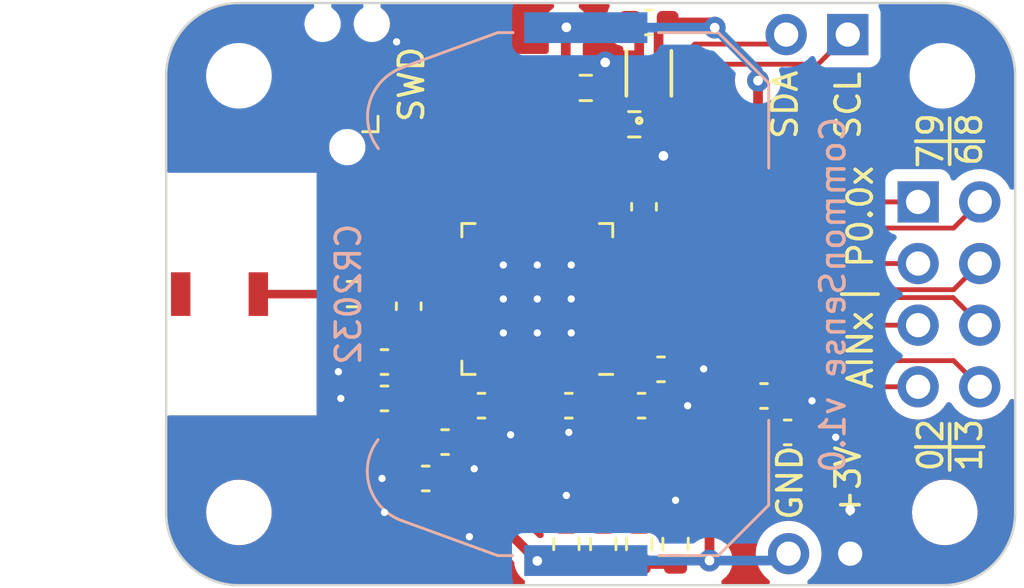
<source format=kicad_pcb>
(kicad_pcb (version 20221018) (generator pcbnew)
  (layers (0 "F.Cu" signal) (31 "B.Cu" signal) (34 "B.Paste" user) (35 "F.Paste" user) (36 "B.SilkS" user "B.Silkscreen") (37 "F.SilkS" user "F.Silkscreen") (38 "B.Mask" user) (39 "F.Mask" user) (44 "Edge.Cuts" user))
  (net 0 "")
  (net 1 "/RF")
  (net 2 "+3V3")
  (net 3 "GND")
  (net 4 "/XL1")
  (net 5 "/XL2")
  (net 6 "/DEC1")
  (net 7 "/DEC4")
  (net 8 "/DEC3")
  (net 9 "/DEC2")
  (net 10 "/XC1")
  (net 11 "/XC2")
  (net 12 "/ANT")
  (net 13 "/LED_RES1")
  (net 14 "/LED_RES2")
  (net 15 "/P0.09")
  (net 16 "/P0.08")
  (net 17 "/P0.07")
  (net 18 "/P0.06")
  (net 19 "/AIN3")
  (net 20 "/AIN2")
  (net 21 "/AIN1")
  (net 22 "/AIN0")
  (net 23 "/STATUS_LED1")
  (net 24 "/STATUS_LED2")
  (net 34 "/SWDCLK")
  (net 35 "/SWDIO")
  (net 46 "/SDA")
  (net 47 "/SCL")
  (net 49 "/NRESET")
  (footprint "Connector_PinHeader_2.54mm:PinHeader_1x02_P2.54mm_Vertical" (layer "F.Cu") (at 164.2 78.7 -90)
    (fp_text reference "J2" hide)
    (fp_text value "Conn_01x02" hide)
    (pad "1" thru_hole rect locked (at 0 0 270) (size 1.7 1.7) (drill 1) (layers "*.Cu" "*.Mask") (net 3 "GND"))
    (pad "2" thru_hole oval locked (at 0 2.54 270) (size 1.7 1.7) (drill 1) (layers "*.Cu" "*.Mask") (net 2 "+3V3"))
  )
  (footprint "Capacitor_SMD:C_0603_1608Metric" (layer "F.Cu") (at 145 70.8 180)
    (fp_text reference "C9" hide)
    (fp_text value "N.C." hide)
    (fp_line (start -0.14058 -0.51) (end 0.14058 -0.51) (stroke (width 0.12)) (layer "F.SilkS"))
    (fp_line (start -0.14058 0.51) (end 0.14058 0.51) (stroke (width 0.12)) (layer "F.SilkS"))
    (pad "1" smd roundrect (at -0.775 0 180) (size 0.9 0.95) (layers "F.Cu" "F.Paste" "F.Mask") (net 9 "/DEC2"))
    (pad "2" smd roundrect (at 0.775 0 180) (size 0.9 0.95) (layers "F.Cu" "F.Paste" "F.Mask") (net 3 "GND"))
  )
  (footprint "Capacitor_SMD:C_0603_1608Metric" (layer "F.Cu") (at 156.4 71.1 180)
    (fp_text reference "C3" hide)
    (fp_text value "100n" hide)
    (fp_line (start -0.14058 -0.51) (end 0.14058 -0.51) (stroke (width 0.12)) (layer "F.SilkS"))
    (fp_line (start -0.14058 0.51) (end 0.14058 0.51) (stroke (width 0.12)) (layer "F.SilkS"))
    (pad "1" smd roundrect (at -0.775 0 180) (size 0.9 0.95) (layers "F.Cu" "F.Paste" "F.Mask") (net 3 "GND"))
    (pad "2" smd roundrect (at 0.775 0 180) (size 0.9 0.95) (layers "F.Cu" "F.Paste" "F.Mask") (net 6 "/DEC1"))
  )
  (footprint "MountingHole:MountingHole_2.2mm_M2" (layer "F.Cu") (at 168.1 77)
    (fp_text reference "H4" hide)
    (fp_text value "MountingHole" hide)
    (pad "" np_thru_hole circle locked (at 0 0) (size 2.2 2.2) (drill 2.2) (layers "*.Cu" "*.Mask"))
  )
  (footprint "MountingHole:MountingHole_2.2mm_M2" (layer "F.Cu") (at 139 77)
    (fp_text reference "H1" hide)
    (fp_text value "MountingHole" hide)
    (pad "" np_thru_hole circle locked (at 0 0) (size 2.2 2.2) (drill 2.2) (layers "*.Cu" "*.Mask"))
  )
  (footprint "Connector_PinHeader_2.54mm:PinHeader_2x04_P2.54mm_Vertical" (layer "F.Cu") (at 167 64.2)
    (fp_text reference "J1" hide)
    (fp_text value "Conn_02x04_Counter_Clockwise" hide)
    (pad "1" thru_hole rect locked (at 0 0) (size 1.7 1.7) (drill 1) (layers "*.Cu" "*.Mask") (net 15 "/P0.09"))
    (pad "2" thru_hole oval locked (at 2.54 0) (size 1.7 1.7) (drill 1) (layers "*.Cu" "*.Mask") (net 16 "/P0.08"))
    (pad "3" thru_hole oval locked (at 0 2.54) (size 1.7 1.7) (drill 1) (layers "*.Cu" "*.Mask") (net 17 "/P0.07"))
    (pad "4" thru_hole oval locked (at 2.54 2.54) (size 1.7 1.7) (drill 1) (layers "*.Cu" "*.Mask") (net 18 "/P0.06"))
    (pad "5" thru_hole oval locked (at 0 5.08) (size 1.7 1.7) (drill 1) (layers "*.Cu" "*.Mask") (net 20 "/AIN2"))
    (pad "6" thru_hole oval locked (at 2.54 5.08) (size 1.7 1.7) (drill 1) (layers "*.Cu" "*.Mask") (net 19 "/AIN3"))
    (pad "7" thru_hole oval locked (at 0 7.62) (size 1.7 1.7) (drill 1) (layers "*.Cu" "*.Mask") (net 22 "/AIN0"))
    (pad "8" thru_hole oval locked (at 2.54 7.62) (size 1.7 1.7) (drill 1) (layers "*.Cu" "*.Mask") (net 21 "/AIN1"))
  )
  (footprint "encyclopedia_galactica:ECS-.327-12.5-12R-TR" (layer "F.Cu") (at 160.076228 75.527211 180)
    (fp_text reference "Y1" hide)
    (fp_text value " ECS-.327-12.5-12R-TR " hide)
    (pad "1" smd rect (at -0.7 0 180) (size 0.6 1.1) (layers "F.Cu" "F.Paste" "F.Mask") (net 5 "/XL2"))
    (pad "2" smd rect (at 0.7 0 180) (size 0.6 1.1) (layers "F.Cu" "F.Paste" "F.Mask") (net 4 "/XL1"))
  )
  (footprint "encyclopedia_galactica:2108838-1" (layer "F.Cu") (at 135.7 68)
    (fp_text reference "2108838-1" hide)
    (fp_text value "~" hide)
    (pad "1" smd rect (at 4.1 0) (size 0.8 1.8) (layers "F.Cu" "F.Paste" "F.Mask") (net 1 "/RF"))
    (pad "2" smd rect (at 0.9 0) (size 0.8 1.8) (layers "F.Cu" "F.Paste" "F.Mask"))
    (zone (net 0) (net_name "") (layers "*.Cu") (connect_pads (clearance 0)) (min_thickness 0.25)
      (keepout (tracks allowed) (vias not_allowed) (pads allowed) (copperpour not_allowed) (footprints not_allowed))
      (fill (thermal_gap 0.5) (thermal_bridge_width 0.5))
      (polygon (pts (xy 129.2 63) (xy 129.2 73) (xy 142.2 73) (xy 142.2 63)))
    )
  )
  (footprint "MountingHole:MountingHole_2.2mm_M2" (layer "F.Cu") (at 139 59)
    (fp_text reference "H2" hide)
    (fp_text value "MountingHole" hide)
    (pad "" np_thru_hole circle locked (at 0 0) (size 2.2 2.2) (drill 2.2) (layers "*.Cu" "*.Mask"))
  )
  (footprint "Connector_PinHeader_2.54mm:PinHeader_1x02_P2.54mm_Vertical" (layer "F.Cu") (at 164.1 57.3 -90)
    (fp_text reference "J3" hide)
    (fp_text value "Conn_01x02" hide)
    (pad "1" thru_hole rect locked (at 0 0 270) (size 1.7 1.7) (drill 1) (layers "*.Cu" "*.Mask") (net 47 "/SCL"))
    (pad "2" thru_hole oval locked (at 0 2.54 270) (size 1.7 1.7) (drill 1) (layers "*.Cu" "*.Mask") (net 46 "/SDA"))
  )
  (footprint "Resistor_SMD:R_0603_1608Metric" (layer "F.Cu") (at 154.02 78.3 -90)
    (fp_text reference "R2" hide)
    (fp_text value "R" hide)
    (fp_line (start -0.237258 -0.5225) (end 0.237258 -0.5225) (stroke (width 0.12)) (layer "F.SilkS"))
    (fp_line (start -0.237258 0.5225) (end 0.237258 0.5225) (stroke (width 0.12)) (layer "F.SilkS"))
    (pad "1" smd roundrect (at -0.825 0 270) (size 0.8 0.95) (layers "F.Cu" "F.Paste" "F.Mask") (net 24 "/STATUS_LED2"))
    (pad "2" smd roundrect (at 0.825 0 270) (size 0.8 0.95) (layers "F.Cu" "F.Paste" "F.Mask") (net 14 "/LED_RES2"))
  )
  (footprint "Resistor_SMD:R_0603_1608Metric" (layer "F.Cu") (at 157 78.3 -90)
    (fp_text reference "D1" hide)
    (fp_text value "LED" hide)
    (fp_line (start -0.237258 -0.5225) (end 0.237258 -0.5225) (stroke (width 0.12)) (layer "F.SilkS"))
    (fp_line (start -0.237258 0.5225) (end 0.237258 0.5225) (stroke (width 0.12)) (layer "F.SilkS"))
    (pad "1" smd roundrect (at -0.825 0 270) (size 0.8 0.95) (layers "F.Cu" "F.Paste" "F.Mask") (net 3 "GND"))
    (pad "2" smd roundrect (at 0.825 0 270) (size 0.8 0.95) (layers "F.Cu" "F.Paste" "F.Mask") (net 13 "/LED_RES1"))
  )
  (footprint "Package_DFN_QFN:QFN-48-1EP_6x6mm_P0.4mm_EP4.6x4.6mm" (layer "F.Cu") (at 151.3 68.2 180)
    (fp_text reference "U1" hide)
    (fp_text value "NRF52810-QFAA-R7" hide)
    (fp_line (start -3.11 3.11) (end -3.11 2.56) (stroke (width 0.12)) (layer "F.SilkS"))
    (fp_line (start -2.56 -3.11) (end -3.11 -3.11) (stroke (width 0.12)) (layer "F.SilkS"))
    (fp_line (start -2.56 3.11) (end -3.11 3.11) (stroke (width 0.12)) (layer "F.SilkS"))
    (fp_line (start 2.56 -3.11) (end 3.11 -3.11) (stroke (width 0.12)) (layer "F.SilkS"))
    (fp_line (start 2.56 3.11) (end 3.11 3.11) (stroke (width 0.12)) (layer "F.SilkS"))
    (fp_line (start 3.11 -3.11) (end 3.11 -2.56) (stroke (width 0.12)) (layer "F.SilkS"))
    (fp_line (start 3.11 3.11) (end 3.11 2.56) (stroke (width 0.12)) (layer "F.SilkS"))
    (pad "1" smd roundrect (at -2.95 -2.2 180) (size 0.8 0.2) (layers "F.Cu" "F.Paste" "F.Mask") (net 6 "/DEC1"))
    (pad "2" smd roundrect (at -2.95 -1.8 180) (size 0.8 0.2) (layers "F.Cu" "F.Paste" "F.Mask") (net 4 "/XL1"))
    (pad "3" smd roundrect (at -2.95 -1.4 180) (size 0.8 0.2) (layers "F.Cu" "F.Paste" "F.Mask") (net 5 "/XL2"))
    (pad "4" smd roundrect (at -2.95 -1 180) (size 0.8 0.2) (layers "F.Cu" "F.Paste" "F.Mask") (net 22 "/AIN0"))
    (pad "5" smd roundrect (at -2.95 -0.6 180) (size 0.8 0.2) (layers "F.Cu" "F.Paste" "F.Mask") (net 21 "/AIN1"))
    (pad "6" smd roundrect (at -2.95 -0.2 180) (size 0.8 0.2) (layers "F.Cu" "F.Paste" "F.Mask") (net 20 "/AIN2"))
    (pad "7" smd roundrect (at -2.95 0.2 180) (size 0.8 0.2) (layers "F.Cu" "F.Paste" "F.Mask") (net 19 "/AIN3"))
    (pad "8" smd roundrect (at -2.95 0.6 180) (size 0.8 0.2) (layers "F.Cu" "F.Paste" "F.Mask") (net 18 "/P0.06"))
    (pad "9" smd roundrect (at -2.95 1 180) (size 0.8 0.2) (layers "F.Cu" "F.Paste" "F.Mask") (net 17 "/P0.07"))
    (pad "10" smd roundrect (at -2.95 1.4 180) (size 0.8 0.2) (layers "F.Cu" "F.Paste" "F.Mask") (net 16 "/P0.08"))
    (pad "11" smd roundrect (at -2.95 1.8 180) (size 0.8 0.2) (layers "F.Cu" "F.Paste" "F.Mask") (net 15 "/P0.09"))
    (pad "12" smd roundrect (at -2.95 2.2 180) (size 0.8 0.2) (layers "F.Cu" "F.Paste" "F.Mask"))
    (pad "13" smd roundrect (at -2.2 2.95 180) (size 0.2 0.8) (layers "F.Cu" "F.Paste" "F.Mask") (net 2 "+3V3"))
    (pad "14" smd roundrect (at -1.8 2.95 180) (size 0.2 0.8) (layers "F.Cu" "F.Paste" "F.Mask"))
    (pad "15" smd roundrect (at -1.4 2.95 180) (size 0.2 0.8) (layers "F.Cu" "F.Paste" "F.Mask"))
    (pad "16" smd roundrect (at -1 2.95 180) (size 0.2 0.8) (layers "F.Cu" "F.Paste" "F.Mask") (net 47 "/SCL"))
    (pad "17" smd roundrect (at -0.6 2.95 180) (size 0.2 0.8) (layers "F.Cu" "F.Paste" "F.Mask") (net 46 "/SDA"))
    (pad "18" smd roundrect (at -0.2 2.95 180) (size 0.2 0.8) (layers "F.Cu" "F.Paste" "F.Mask"))
    (pad "19" smd roundrect (at 0.2 2.95 180) (size 0.2 0.8) (layers "F.Cu" "F.Paste" "F.Mask"))
    (pad "20" smd roundrect (at 0.6 2.95 180) (size 0.2 0.8) (layers "F.Cu" "F.Paste" "F.Mask"))
    (pad "21" smd roundrect (at 1 2.95 180) (size 0.2 0.8) (layers "F.Cu" "F.Paste" "F.Mask"))
    (pad "22" smd roundrect (at 1.4 2.95 180) (size 0.2 0.8) (layers "F.Cu" "F.Paste" "F.Mask"))
    (pad "23" smd roundrect (at 1.8 2.95 180) (size 0.2 0.8) (layers "F.Cu" "F.Paste" "F.Mask"))
    (pad "24" smd roundrect (at 2.2 2.95 180) (size 0.2 0.8) (layers "F.Cu" "F.Paste" "F.Mask") (net 49 "/NRESET"))
    (pad "25" smd roundrect (at 2.95 2.2 180) (size 0.8 0.2) (layers "F.Cu" "F.Paste" "F.Mask") (net 34 "/SWDCLK"))
    (pad "26" smd roundrect (at 2.95 1.8 180) (size 0.8 0.2) (layers "F.Cu" "F.Paste" "F.Mask") (net 35 "/SWDIO"))
    (pad "27" smd roundrect (at 2.95 1.4 180) (size 0.8 0.2) (layers "F.Cu" "F.Paste" "F.Mask"))
    (pad "28" smd roundrect (at 2.95 1 180) (size 0.8 0.2) (layers "F.Cu" "F.Paste" "F.Mask"))
    (pad "29" smd roundrect (at 2.95 0.6 180) (size 0.8 0.2) (layers "F.Cu" "F.Paste" "F.Mask"))
    (pad "30" smd roundrect (at 2.95 0.2 180) (size 0.8 0.2) (layers "F.Cu" "F.Paste" "F.Mask") (net 12 "/ANT"))
    (pad "31" smd roundrect (at 2.95 -0.2 180) (size 0.8 0.2) (layers "F.Cu" "F.Paste" "F.Mask") (net 3 "GND"))
    (pad "32" smd roundrect (at 2.95 -0.6 180) (size 0.8 0.2) (layers "F.Cu" "F.Paste" "F.Mask") (net 9 "/DEC2"))
    (pad "33" smd roundrect (at 2.95 -1 180) (size 0.8 0.2) (layers "F.Cu" "F.Paste" "F.Mask") (net 8 "/DEC3"))
    (pad "34" smd roundrect (at 2.95 -1.4 180) (size 0.8 0.2) (layers "F.Cu" "F.Paste" "F.Mask") (net 11 "/XC2"))
    (pad "35" smd roundrect (at 2.95 -1.8 180) (size 0.8 0.2) (layers "F.Cu" "F.Paste" "F.Mask") (net 10 "/XC1"))
    (pad "36" smd roundrect (at 2.95 -2.2 180) (size 0.8 0.2) (layers "F.Cu" "F.Paste" "F.Mask") (net 2 "+3V3"))
    (pad "37" smd roundrect (at 2.2 -2.95 180) (size 0.2 0.8) (layers "F.Cu" "F.Paste" "F.Mask"))
    (pad "38" smd roundrect (at 1.8 -2.95 180) (size 0.2 0.8) (layers "F.Cu" "F.Paste" "F.Mask"))
    (pad "39" smd roundrect (at 1.4 -2.95 180) (size 0.2 0.8) (layers "F.Cu" "F.Paste" "F.Mask"))
    (pad "40" smd roundrect (at 1 -2.95 180) (size 0.2 0.8) (layers "F.Cu" "F.Paste" "F.Mask"))
    (pad "41" smd roundrect (at 0.6 -2.95 180) (size 0.2 0.8) (layers "F.Cu" "F.Paste" "F.Mask") (net 24 "/STATUS_LED2"))
    (pad "42" smd roundrect (at 0.2 -2.95 180) (size 0.2 0.8) (layers "F.Cu" "F.Paste" "F.Mask") (net 23 "/STATUS_LED1"))
    (pad "43" smd roundrect (at -0.2 -2.95 180) (size 0.2 0.8) (layers "F.Cu" "F.Paste" "F.Mask"))
    (pad "44" smd roundrect (at -0.6 -2.95 180) (size 0.2 0.8) (layers "F.Cu" "F.Paste" "F.Mask"))
    (pad "45" smd roundrect (at -1 -2.95 180) (size 0.2 0.8) (layers "F.Cu" "F.Paste" "F.Mask") (net 3 "GND"))
    (pad "46" smd roundrect (at -1.4 -2.95 180) (size 0.2 0.8) (layers "F.Cu" "F.Paste" "F.Mask") (net 7 "/DEC4"))
    (pad "47" smd roundrect (at -1.8 -2.95 180) (size 0.2 0.8) (layers "F.Cu" "F.Paste" "F.Mask"))
    (pad "48" smd roundrect (at -2.2 -2.95 180) (size 0.2 0.8) (layers "F.Cu" "F.Paste" "F.Mask") (net 2 "+3V3"))
    (pad "49" smd rect (at 0 0 180) (size 4.6 4.6) (layers "F.Cu" "F.Mask") (net 3 "GND"))
  )
  (footprint "Capacitor_SMD:C_0603_1608Metric" (layer "F.Cu") (at 145 72.3 180)
    (fp_text reference "C8" hide)
    (fp_text value "100pF" hide)
    (fp_line (start -0.14058 -0.51) (end 0.14058 -0.51) (stroke (width 0.12)) (layer "F.SilkS"))
    (fp_line (start -0.14058 0.51) (end 0.14058 0.51) (stroke (width 0.12)) (layer "F.SilkS"))
    (pad "1" smd roundrect (at -0.775 0 180) (size 0.9 0.95) (layers "F.Cu" "F.Paste" "F.Mask") (net 8 "/DEC3"))
    (pad "2" smd roundrect (at 0.775 0 180) (size 0.9 0.95) (layers "F.Cu" "F.Paste" "F.Mask") (net 3 "GND"))
  )
  (footprint "Capacitor_SMD:C_0603_1608Metric" (layer "F.Cu") (at 155.6 72.6 180)
    (fp_text reference "C5" hide)
    (fp_text value "4u7" hide)
    (fp_line (start -0.14058 -0.51) (end 0.14058 -0.51) (stroke (width 0.12)) (layer "F.SilkS"))
    (fp_line (start -0.14058 0.51) (end 0.14058 0.51) (stroke (width 0.12)) (layer "F.SilkS"))
    (pad "1" smd roundrect (at -0.775 0 180) (size 0.9 0.95) (layers "F.Cu" "F.Paste" "F.Mask") (net 3 "GND"))
    (pad "2" smd roundrect (at 0.775 0 180) (size 0.9 0.95) (layers "F.Cu" "F.Paste" "F.Mask") (net 2 "+3V3"))
  )
  (footprint "Capacitor_SMD:C_0603_1608Metric" (layer "F.Cu") (at 147.5 74.1)
    (fp_text reference "C11" hide)
    (fp_text value "12pF" hide)
    (fp_line (start -0.14058 -0.51) (end 0.14058 -0.51) (stroke (width 0.12)) (layer "F.SilkS"))
    (fp_line (start -0.14058 0.51) (end 0.14058 0.51) (stroke (width 0.12)) (layer "F.SilkS"))
    (pad "1" smd roundrect (at -0.775 0) (size 0.9 0.95) (layers "F.Cu" "F.Paste" "F.Mask") (net 11 "/XC2"))
    (pad "2" smd roundrect (at 0.775 0) (size 0.9 0.95) (layers "F.Cu" "F.Paste" "F.Mask") (net 3 "GND"))
  )
  (footprint "Resistor_SMD:R_0603_1608Metric" (layer "F.Cu") (at 153.3 59.5)
    (fp_text reference "R4" hide)
    (fp_text value "10k" hide)
    (fp_line (start -0.237258 -0.5225) (end 0.237258 -0.5225) (stroke (width 0.12)) (layer "F.SilkS"))
    (fp_line (start -0.237258 0.5225) (end 0.237258 0.5225) (stroke (width 0.12)) (layer "F.SilkS"))
    (pad "1" smd roundrect (at -0.825 0) (size 0.8 0.95) (layers "F.Cu" "F.Paste" "F.Mask") (net 2 "+3V3"))
    (pad "2" smd roundrect (at 0.825 0) (size 0.8 0.95) (layers "F.Cu" "F.Paste" "F.Mask") (net 46 "/SDA"))
  )
  (footprint "Connector:Tag-Connect_TC2030-IDC-NL_2x03_P1.27mm_Vertical" (layer "F.Cu") (at 143.465 59.4 90)
    (fp_text reference "J5" hide)
    (fp_text value "Conn_ARM_SWD_TagConnect_TC2030-NL" hide)
    (fp_line (start -1.905 1.27) (end -1.905 0.635) (stroke (width 0.12)) (layer "F.SilkS"))
    (fp_line (start -1.27 1.27) (end -1.905 1.27) (stroke (width 0.12)) (layer "F.SilkS"))
    (pad "" np_thru_hole circle (at -2.54 0 90) (size 0.9906 0.9906) (drill 0.9906) (layers "*.Cu" "*.Mask"))
    (pad "" np_thru_hole circle (at 2.54 -1.016 90) (size 0.9906 0.9906) (drill 0.9906) (layers "*.Cu" "*.Mask"))
    (pad "" np_thru_hole circle (at 2.54 1.016 90) (size 0.9906 0.9906) (drill 0.9906) (layers "*.Cu" "*.Mask"))
    (pad "1" connect circle (at -1.27 0.635 90) (size 0.7874 0.7874) (layers "F.Cu" "F.Mask") (net 2 "+3V3"))
    (pad "2" connect circle (at -1.27 -0.635 90) (size 0.7874 0.7874) (layers "F.Cu" "F.Mask") (net 35 "/SWDIO"))
    (pad "3" connect circle (at 0 0.635 90) (size 0.7874 0.7874) (layers "F.Cu" "F.Mask") (net 49 "/NRESET"))
    (pad "4" connect circle (at 0 -0.635 90) (size 0.7874 0.7874) (layers "F.Cu" "F.Mask") (net 34 "/SWDCLK"))
    (pad "5" connect circle (at 1.27 0.635 90) (size 0.7874 0.7874) (layers "F.Cu" "F.Mask") (net 3 "GND"))
    (pad "6" connect circle (at 1.27 -0.635 90) (size 0.7874 0.7874) (layers "F.Cu" "F.Mask"))
    (zone (net 0) (net_name "") (layer "F.Cu") (connect_pads (clearance 0)) (min_thickness 0.254)
      (keepout (tracks allowed) (vias not_allowed) (pads allowed) (copperpour not_allowed) (footprints not_allowed))
      (fill (thermal_gap 0.508) (thermal_bridge_width 0.508))
      (polygon (pts (xy 142.83 58.13) (xy 142.83 60.67) (xy 144.1 60.67) (xy 144.1 58.13)))
    )
  )
  (footprint "Resistor_SMD:R_0603_1608Metric" (layer "F.Cu") (at 155.5 78.3 -90)
    (fp_text reference "R1" hide)
    (fp_text value "R" hide)
    (fp_line (start -0.237258 -0.5225) (end 0.237258 -0.5225) (stroke (width 0.12)) (layer "F.SilkS"))
    (fp_line (start -0.237258 0.5225) (end 0.237258 0.5225) (stroke (width 0.12)) (layer "F.SilkS"))
    (pad "1" smd roundrect (at -0.825 0 270) (size 0.8 0.95) (layers "F.Cu" "F.Paste" "F.Mask") (net 23 "/STATUS_LED1"))
    (pad "2" smd roundrect (at 0.825 0 270) (size 0.8 0.95) (layers "F.Cu" "F.Paste" "F.Mask") (net 13 "/LED_RES1"))
  )
  (footprint "MountingHole:MountingHole_2.2mm_M2" (layer "F.Cu") (at 168 59)
    (fp_text reference "H3" hide)
    (fp_text value "MountingHole" hide)
    (pad "" np_thru_hole circle locked (at 0 0) (size 2.2 2.2) (drill 2.2) (layers "*.Cu" "*.Mask"))
  )
  (footprint "Resistor_SMD:R_0603_1608Metric" (layer "F.Cu") (at 143.7 68 180)
    (fp_text reference "L1" hide)
    (fp_text value "3.9nH" hide)
    (fp_line (start -0.237258 -0.5225) (end 0.237258 -0.5225) (stroke (width 0.12)) (layer "F.SilkS"))
    (fp_line (start -0.237258 0.5225) (end 0.237258 0.5225) (stroke (width 0.12)) (layer "F.SilkS"))
    (pad "1" smd roundrect (at -0.825 0 180) (size 0.8 0.95) (layers "F.Cu" "F.Paste" "F.Mask") (net 12 "/ANT"))
    (pad "2" smd roundrect (at 0.825 0 180) (size 0.8 0.95) (layers "F.Cu" "F.Paste" "F.Mask") (net 1 "/RF"))
  )
  (footprint "Resistor_SMD:R_0603_1608Metric" (layer "F.Cu") (at 155.3 61 180)
    (fp_text reference "R3" hide)
    (fp_text value "10k" hide)
    (fp_line (start -0.237258 -0.5225) (end 0.237258 -0.5225) (stroke (width 0.12)) (layer "F.SilkS"))
    (fp_line (start -0.237258 0.5225) (end 0.237258 0.5225) (stroke (width 0.12)) (layer "F.SilkS"))
    (pad "1" smd roundrect (at -0.825 0 180) (size 0.8 0.95) (layers "F.Cu" "F.Paste" "F.Mask") (net 47 "/SCL"))
    (pad "2" smd roundrect (at 0.825 0 180) (size 0.8 0.95) (layers "F.Cu" "F.Paste" "F.Mask") (net 2 "+3V3"))
  )
  (footprint "Capacitor_SMD:C_0603_1608Metric" (layer "F.Cu") (at 149 72.6 180)
    (fp_text reference "C7" hide)
    (fp_text value "100n" hide)
    (fp_line (start -0.14058 -0.51) (end 0.14058 -0.51) (stroke (width 0.12)) (layer "F.SilkS"))
    (fp_line (start -0.14058 0.51) (end 0.14058 0.51) (stroke (width 0.12)) (layer "F.SilkS"))
    (pad "1" smd roundrect (at -0.775 0 180) (size 0.9 0.95) (layers "F.Cu" "F.Paste" "F.Mask") (net 3 "GND"))
    (pad "2" smd roundrect (at 0.775 0 180) (size 0.9 0.95) (layers "F.Cu" "F.Paste" "F.Mask") (net 2 "+3V3"))
  )
  (footprint "Capacitor_SMD:C_0603_1608Metric" (layer "F.Cu") (at 155.90005 56.8 180)
    (fp_text reference "C13" hide)
    (fp_text value "100n" hide)
    (fp_line (start -0.14058 -0.51) (end 0.14058 -0.51) (stroke (width 0.12)) (layer "F.SilkS"))
    (fp_line (start -0.14058 0.51) (end 0.14058 0.51) (stroke (width 0.12)) (layer "F.SilkS"))
    (pad "1" smd roundrect (at -0.775 0 180) (size 0.9 0.95) (layers "F.Cu" "F.Paste" "F.Mask") (net 2 "+3V3"))
    (pad "2" smd roundrect (at 0.775 0 180) (size 0.9 0.95) (layers "F.Cu" "F.Paste" "F.Mask") (net 3 "GND"))
  )
  (footprint "Capacitor_SMD:C_0603_1608Metric" (layer "F.Cu") (at 161.62255 73.7)
    (fp_text reference "C2" hide)
    (fp_text value "12pF" hide)
    (fp_line (start -0.14058 -0.51) (end 0.14058 -0.51) (stroke (width 0.12)) (layer "F.SilkS"))
    (fp_line (start -0.14058 0.51) (end 0.14058 0.51) (stroke (width 0.12)) (layer "F.SilkS"))
    (pad "1" smd roundrect (at -0.775 0) (size 0.9 0.95) (layers "F.Cu" "F.Paste" "F.Mask") (net 5 "/XL2"))
    (pad "2" smd roundrect (at 0.775 0) (size 0.9 0.95) (layers "F.Cu" "F.Paste" "F.Mask") (net 3 "GND"))
  )
  (footprint "Capacitor_SMD:C_0603_1608Metric" (layer "F.Cu") (at 155.7 64.4 -90)
    (fp_text reference "C4" hide)
    (fp_text value "100n" hide)
    (fp_line (start -0.14058 -0.51) (end 0.14058 -0.51) (stroke (width 0.12)) (layer "F.SilkS"))
    (fp_line (start -0.14058 0.51) (end 0.14058 0.51) (stroke (width 0.12)) (layer "F.SilkS"))
    (pad "1" smd roundrect (at -0.775 0 270) (size 0.9 0.95) (layers "F.Cu" "F.Paste" "F.Mask") (net 3 "GND"))
    (pad "2" smd roundrect (at 0.775 0 270) (size 0.9 0.95) (layers "F.Cu" "F.Paste" "F.Mask") (net 2 "+3V3"))
  )
  (footprint "encyclopedia_galactica:DFN4_SHT41_SEN" (layer "F.Cu") (at 155.90005 58.9 90)
    (fp_text reference "U2" hide)
    (fp_text value "SHT41-AD1B-R2" hide)
    (fp_line (start -0.9271 0.9271) (end 0.9271 0.9271) (stroke (width 0.1524)) (layer "F.SilkS"))
    (fp_line (start 0.9271 -0.9271) (end -0.9271 -0.9271) (stroke (width 0.1524)) (layer "F.SilkS"))
    (fp_circle (center -1.950999 -0.40005) (end -1.849399 -0.40005) (stroke (width 0.1524)) (fill none) (layer "F.SilkS"))
    (pad "1" smd rect (at -0.7469 -0.40005 90) (size 0.706399 0.3056) (layers "F.Cu" "F.Paste" "F.Mask") (net 46 "/SDA"))
    (pad "2" smd rect (at -0.7469 0.40005 90) (size 0.706399 0.3056) (layers "F.Cu" "F.Paste" "F.Mask") (net 47 "/SCL"))
    (pad "3" smd rect (at 0.7469 0.40005 90) (size 0.706399 0.3056) (layers "F.Cu" "F.Paste" "F.Mask") (net 2 "+3V3"))
    (pad "4" smd rect (at 0.7469 -0.40005 90) (size 0.706399 0.3056) (layers "F.Cu" "F.Paste" "F.Mask") (net 3 "GND"))
  )
  (footprint "Capacitor_SMD:C_0603_1608Metric" (layer "F.Cu") (at 160.6451 72.2)
    (fp_text reference "C1" hide)
    (fp_text value "12pF" hide)
    (fp_line (start -0.14058 -0.51) (end 0.14058 -0.51) (stroke (width 0.12)) (layer "F.SilkS"))
    (fp_line (start -0.14058 0.51) (end 0.14058 0.51) (stroke (width 0.12)) (layer "F.SilkS"))
    (pad "1" smd roundrect (at -0.775 0) (size 0.9 0.95) (layers "F.Cu" "F.Paste" "F.Mask") (net 4 "/XL1"))
    (pad "2" smd roundrect (at 0.775 0) (size 0.9 0.95) (layers "F.Cu" "F.Paste" "F.Mask") (net 3 "GND"))
  )
  (footprint "encyclopedia_galactica:ABM11W-30.0000MHZ-7-D1X-T3" (layer "F.Cu") (at 146.7625 77.5)
    (fp_text reference "Y2" hide)
    (fp_text value "ABM11W-32.0000MHZ-7-D1X-T3 " hide)
    (pad "1" smd rect (at -0.637 -0.487 90) (size 0.775 0.875) (layers "F.Cu" "F.Paste" "F.Mask") (net 3 "GND"))
    (pad "2" smd rect (at 0.637 -0.487 90) (size 0.775 0.875) (layers "F.Cu" "F.Paste" "F.Mask") (net 10 "/XC1"))
    (pad "3" smd rect (at -0.637 0.487 90) (size 0.775 0.875) (layers "F.Cu" "F.Paste" "F.Mask") (net 11 "/XC2"))
    (pad "4" smd rect (at 0.637 0.487 90) (size 0.775 0.875) (layers "F.Cu" "F.Paste" "F.Mask") (net 3 "GND"))
  )
  (footprint "Capacitor_SMD:C_0603_1608Metric" (layer "F.Cu") (at 146 68.5 90)
    (fp_text reference "C12" hide)
    (fp_text value "0.8pF" hide)
    (fp_line (start -0.14058 -0.51) (end 0.14058 -0.51) (stroke (width 0.12)) (layer "F.SilkS"))
    (fp_line (start -0.14058 0.51) (end 0.14058 0.51) (stroke (width 0.12)) (layer "F.SilkS"))
    (pad "1" smd roundrect (at -0.775 0 90) (size 0.9 0.95) (layers "F.Cu" "F.Paste" "F.Mask") (net 3 "GND"))
    (pad "2" smd roundrect (at 0.775 0 90) (size 0.9 0.95) (layers "F.Cu" "F.Paste" "F.Mask") (net 12 "/ANT"))
  )
  (footprint "Capacitor_SMD:C_0603_1608Metric" (layer "F.Cu") (at 152.6 72.6 180)
    (fp_text reference "C6" hide)
    (fp_text value "1u" hide)
    (fp_line (start -0.14058 -0.51) (end 0.14058 -0.51) (stroke (width 0.12)) (layer "F.SilkS"))
    (fp_line (start -0.14058 0.51) (end 0.14058 0.51) (stroke (width 0.12)) (layer "F.SilkS"))
    (pad "1" smd roundrect (at -0.775 0 180) (size 0.9 0.95) (layers "F.Cu" "F.Paste" "F.Mask") (net 7 "/DEC4"))
    (pad "2" smd roundrect (at 0.775 0 180) (size 0.9 0.95) (layers "F.Cu" "F.Paste" "F.Mask") (net 3 "GND"))
  )
  (footprint "Resistor_SMD:R_0603_1608Metric" (layer "F.Cu") (at 152.5 78.3 -90)
    (fp_text reference "D2" hide)
    (fp_text value "LED" hide)
    (fp_line (start -0.237258 -0.5225) (end 0.237258 -0.5225) (stroke (width 0.12)) (layer "F.SilkS"))
    (fp_line (start -0.237258 0.5225) (end 0.237258 0.5225) (stroke (width 0.12)) (layer "F.SilkS"))
    (pad "1" smd roundrect (at -0.825 0 270) (size 0.8 0.95) (layers "F.Cu" "F.Paste" "F.Mask") (net 3 "GND"))
    (pad "2" smd roundrect (at 0.825 0 270) (size 0.8 0.95) (layers "F.Cu" "F.Paste" "F.Mask") (net 14 "/LED_RES2"))
  )
  (footprint "Capacitor_SMD:C_0603_1608Metric" (layer "F.Cu") (at 146.7 75.6 180)
    (fp_text reference "C10" hide)
    (fp_text value "12pF" hide)
    (fp_line (start -0.14058 -0.51) (end 0.14058 -0.51) (stroke (width 0.12)) (layer "F.SilkS"))
    (fp_line (start -0.14058 0.51) (end 0.14058 0.51) (stroke (width 0.12)) (layer "F.SilkS"))
    (pad "1" smd roundrect (at -0.775 0 180) (size 0.9 0.95) (layers "F.Cu" "F.Paste" "F.Mask") (net 10 "/XC1"))
    (pad "2" smd roundrect (at 0.775 0 180) (size 0.9 0.95) (layers "F.Cu" "F.Paste" "F.Mask") (net 3 "GND"))
  )
  (footprint "Battery:BatteryHolder_Keystone_3034_1x20mm" (layer "B.Cu") (at 153.3 68 90)
    (fp_text reference "BT1" hide)
    (fp_text value "Battery_Cell" hide)
    (fp_line (start -10.78 -3.63) (end -9.34 -7.58) (stroke (width 0.12)) (layer "B.SilkS"))
    (fp_line (start -10.78 -3) (end -10.78 -3.63) (stroke (width 0.12)) (layer "B.SilkS"))
    (fp_line (start -10.78 5.46) (end -10.78 3) (stroke (width 0.12)) (layer "B.SilkS"))
    (fp_line (start -8.7 7.54) (end -10.78 5.46) (stroke (width 0.12)) (layer "B.SilkS"))
    (fp_line (start -5.2 7.54) (end -8.7 7.54) (stroke (width 0.12)) (layer "B.SilkS"))
    (fp_line (start 8.7 7.54) (end 5.2 7.54) (stroke (width 0.12)) (layer "B.SilkS"))
    (fp_line (start 8.7 7.54) (end 10.78 5.46) (stroke (width 0.12)) (layer "B.SilkS"))
    (fp_line (start 10.78 -3.63) (end 9.34 -7.58) (stroke (width 0.12)) (layer "B.SilkS"))
    (fp_line (start 10.78 -3) (end 10.78 -3.63) (stroke (width 0.12)) (layer "B.SilkS"))
    (fp_line (start 10.78 5.46) (end 10.78 3) (stroke (width 0.12)) (layer "B.SilkS"))
    (fp_arc (start -9.34 -7.58) (mid -7.921654 -8.918738) (end -6.003354 -8.56653) (stroke (width 0.12)) (layer "B.SilkS"))
    (fp_arc (start 6 -8.55) (mid 7.90634 -8.911669) (end 9.325243 -7.588169) (stroke (width 0.12)) (layer "B.SilkS"))
    (pad "1" smd rect (at -10.985 0 90) (size 1.27 5.08) (layers "B.Cu" "B.Paste" "B.Mask") (net 2 "+3V3"))
    (pad "1" smd rect (at 10.985 0 90) (size 1.27 5.08) (layers "B.Cu" "B.Paste" "B.Mask") (net 2 "+3V3"))
    (pad "2" smd circle (at 0 0 90) (size 17.8 17.8) (layers "B.Cu" "B.Mask") (net 3 "GND"))
  )
  (gr_line (start 168.3 75.25) (end 168.3 73.35) (stroke (width 0.15)) (layer "F.SilkS"))
  (gr_line (start 165.35 68) (end 163.85 68) (stroke (width 0.15)) (layer "F.SilkS"))
  (gr_line (start 168.3 62.65) (end 168.3 60.75) (stroke (width 0.15)) (layer "F.SilkS"))
  (gr_line (start 166.9 74.3) (end 169.7 74.3) (stroke (width 0.15)) (layer "F.SilkS"))
  (gr_line (start 166.9 61.7) (end 169.7 61.7) (stroke (width 0.15)) (layer "F.SilkS"))
  (gr_line locked (start 168.000001 80.000001) (end 139 80) (stroke (width 0.1)) (layer "Edge.Cuts"))
  (gr_line locked (start 171 59) (end 171 77) (stroke (width 0.1)) (layer "Edge.Cuts"))
  (gr_arc locked (start 138.999999 80.000001) (mid 136.878679 79.121321) (end 135.999999 77.000001) (stroke (width 0.1)) (layer "Edge.Cuts"))
  (gr_arc locked (start 168 56) (mid 170.12132 56.87868) (end 171 59) (stroke (width 0.1)) (layer "Edge.Cuts"))
  (gr_arc locked (start 135.999999 58.999999) (mid 136.878679 56.878679) (end 138.999999 55.999999) (stroke (width 0.1)) (layer "Edge.Cuts"))
  (gr_line locked (start 139 56) (end 168 56) (stroke (width 0.1)) (layer "Edge.Cuts"))
  (gr_arc locked (start 171.000001 77.000001) (mid 170.121321 79.121321) (end 168.000001 80.000001) (stroke (width 0.1)) (layer "Edge.Cuts"))
  (gr_line locked (start 136 77) (end 136 59) (stroke (width 0.1)) (layer "Edge.Cuts"))
  (gr_text "CommonSense v1.0" (at 162.9 60.6 90) (layer "B.SilkS") (effects (font (size 1 1)) (justify left top mirror)))
  (gr_text "CR2032" (at 144.1 65 90) (layer "B.SilkS") (effects (font (size 1 1)) (justify left bottom mirror)))
  (gr_text "7" (at 168.1 62.9 90) (layer "F.SilkS") (effects (font (size 1 1)) (justify left bottom)))
  (gr_text "SCL" (at 164.7 61.7 90) (layer "F.SilkS") (effects (font (size 1 1)) (justify left bottom)))
  (gr_text "SDA" (at 162.1 61.7 90) (layer "F.SilkS") (effects (font (size 1 1)) (justify left bottom)))
  (gr_text "P0.0x" (at 165.2 67 90) (layer "F.SilkS") (effects (font (size 1 1)) (justify left bottom)))
  (gr_text "+3V" (at 164.7 77.4 90) (layer "F.SilkS") (effects (font (size 1 1)) (justify left bottom)))
  (gr_text "6" (at 169.7 62.8 90) (layer "F.SilkS") (effects (font (size 1 1)) (justify left bottom)))
  (gr_text "SWD" (at 146.7 61 90) (layer "F.SilkS") (effects (font (size 1 1)) (justify left bottom)))
  (gr_text "GND" (at 162.3 77.4 90) (layer "F.SilkS") (effects (font (size 1 1)) (justify left bottom)))
  (gr_text "0" (at 168.1 75.4 90) (layer "F.SilkS") (effects (font (size 1 1)) (justify left bottom)))
  (gr_text "AINx" (at 165.2 72 90) (layer "F.SilkS") (effects (font (size 1 1)) (justify left bottom)))
  (gr_text "3" (at 169.7 74.2 90) (layer "F.SilkS") (effects (font (size 1 1)) (justify left bottom)))
  (gr_text "9" (at 168.1 61.6 90) (layer "F.SilkS") (effects (font (size 1 1)) (justify left bottom)))
  (gr_text "2" (at 168.1 74.2 90) (layer "F.SilkS") (effects (font (size 1 1)) (justify left bottom)))
  (gr_text "8" (at 169.7 61.6 90) (layer "F.SilkS") (effects (font (size 1 1)) (justify left bottom)))
  (gr_text "1" (at 169.7 75.4 90) (layer "F.SilkS") (effects (font (size 1 1)) (justify left bottom)))
  (segment (start 142.875 68) (end 139.8 68) (width 0.35) (layer "F.Cu") (net 1))
  (segment (start 156.3001 58.1531) (end 156.3001 57.17495) (width 0.4) (layer "F.Cu") (net 2))
  (segment (start 144.6793 58.7793) (end 144.7 58.8) (width 0.2) (layer "F.Cu") (net 2))
  (segment (start 143.2207 60.0207) (end 142.572897 60.0207) (width 0.2) (layer "F.Cu") (net 2))
  (segment (start 148.225 72.6) (end 148.225 70.525) (width 0.4) (layer "F.Cu") (net 2))
  (segment (start 149.4 77.1) (end 149.4 73.775) (width 0.4) (layer "F.Cu") (net 2))
  (segment (start 154.825 72.6) (end 153.6 71.375) (width 0.4) (layer "F.Cu") (net 2))
  (segment (start 148.323 70.427) (end 148.35 70.427) (width 0.4) (layer "F.Cu") (net 2))
  (segment (start 156.3001 57.17495) (end 156.67505 56.8) (width 0.4) (layer "F.Cu") (net 2))
  (segment (start 151.3 79) (end 149.4 77.1) (width 0.4) (layer "F.Cu") (net 2))
  (segment (start 152.475 59.5) (end 152.475 57.025) (width 0.4) (layer "F.Cu") (net 2))
  (segment (start 143.87 60.67) (end 143.2207 60.0207) (width 0.2) (layer "F.Cu") (net 2))
  (segment (start 153.6 71.375) (end 153.6 71.15) (width 0.4) (layer "F.Cu") (net 2))
  (segment (start 155.7 65.175) (end 153.575 65.175) (width 0.4) (layer "F.Cu") (net 2))
  (segment (start 160.4 59.1995) (end 160.4 60.475) (width 0.4) (layer "F.Cu") (net 2))
  (segment (start 142.2093 59.142897) (end 142.572897 58.7793) (width 0.2) (layer "F.Cu") (net 2))
  (segment (start 142.572897 58.7793) (end 144.6793 58.7793) (width 0.2) (layer "F.Cu") (net 2))
  (segment (start 156.67505 56.8) (end 158.4 56.8) (width 0.4) (layer "F.Cu") (net 2))
  (segment (start 142.2093 59.657103) (end 142.2093 59.142897) (width 0.2) (layer "F.Cu") (net 2))
  (segment (start 160.4 60.475) (end 155.7 65.175) (width 0.4) (layer "F.Cu") (net 2))
  (segment (start 149.4 73.775) (end 148.225 72.6) (width 0.4) (layer "F.Cu") (net 2))
  (segment (start 142.572897 60.0207) (end 142.2093 59.657103) (width 0.2) (layer "F.Cu") (net 2))
  (segment (start 151.775 58.8) (end 144.7 58.8) (width 0.4) (layer "F.Cu") (net 2))
  (segment (start 158.4 56.8) (end 158.615 57.015) (width 0.4) (layer "F.Cu") (net 2))
  (segment (start 154.475 61) (end 153.975 61) (width 0.4) (layer "F.Cu") (net 2))
  (segment (start 153.975 61) (end 152.475 59.5) (width 0.4) (layer "F.Cu") (net 2))
  (segment (start 152.475 59.5) (end 151.775 58.8) (width 0.4) (layer "F.Cu") (net 2))
  (segment (start 158.4 76.175) (end 154.825 72.6) (width 0.4) (layer "F.Cu") (net 2))
  (segment (start 148.225 70.525) (end 148.323 70.427) (width 0.4) (layer "F.Cu") (net 2))
  (segment (start 144.1 60.67) (end 143.87 60.67) (width 0.2) (layer "F.Cu") (net 2))
  (segment (start 153.527 65.223) (end 153.527 65.25) (width 0.4) (layer "F.Cu") (net 2))
  (segment (start 158.4 78.985) (end 158.4 76.175) (width 0.4) (layer "F.Cu") (net 2))
  (segment (start 153.575 65.175) (end 153.527 65.223) (width 0.4) (layer "F.Cu") (net 2))
  (segment (start 152.475 57.025) (end 152.5 57) (width 0.4) (layer "F.Cu") (net 2))
  (via (at 158.4 78.985) (size 0.9) (drill 0.4) (layers "F.Cu" "B.Cu") (net 2))
  (via (at 152.5 57) (size 0.9) (drill 0.4) (layers "F.Cu" "B.Cu") (net 2))
  (via (at 151.3 79) (size 0.9) (drill 0.4) (layers "F.Cu" "B.Cu") (net 2))
  (via (at 160.4 59.1995) (size 0.9) (drill 0.4) (layers "F.Cu" "B.Cu") (net 2))
  (via (at 158.615 57.015) (size 0.9) (drill 0.4) (layers "F.Cu" "B.Cu") (net 2))
  (segment (start 161.375 78.985) (end 161.66 78.7) (width 0.4) (layer "B.Cu") (net 2))
  (segment (start 158.4 78.985) (end 153.3 78.985) (width 0.4) (layer "B.Cu") (net 2))
  (segment (start 160.4 58.8) (end 158.615 57.015) (width 0.4) (layer "B.Cu") (net 2))
  (segment (start 153.3 78.985) (end 161.375 78.985) (width 0.4) (layer "B.Cu") (net 2))
  (segment (start 158.615 57.015) (end 153.3 57.015) (width 0.4) (layer "B.Cu") (net 2))
  (segment (start 160.4 59.1995) (end 160.4 58.8) (width 0.4) (layer "B.Cu") (net 2))
  (segment (start 158.14136 71.1) (end 157.175 71.1) (width 0.4) (layer "F.Cu") (net 3))
  (segment (start 155.5 58.1531) (end 155.5 57.17495) (width 0.4) (layer "F.Cu") (net 3))
  (segment (start 158.15864 71.08272) (end 158.14136 71.1) (width 0.4) (layer "F.Cu") (net 3))
  (segment (start 152.3 71.15) (end 152.3 72.125) (width 0.2) (layer "F.Cu") (net 3))
  (segment (start 144.225 70.8) (end 143.5 70.8) (width 0.4) (layer "F.Cu") (net 3))
  (segment (start 148.487 77.987) (end 148.5 78) (width 0.4) (layer "F.Cu") (net 3))
  (segment (start 149.7 68.4) (end 149.9 68.2) (width 0.2) (layer "F.Cu") (net 3))
  (segment (start 156.5 62.3) (end 155.7 63.1) (width 0.4) (layer "F.Cu") (net 3))
  (segment (start 149.775 73.375) (end 150.2 73.8) (width 0.4) (layer "F.Cu") (net 3))
  (segment (start 152.3 72.125) (end 151.825 72.6) (width 0.2) (layer "F.Cu") (net 3))
  (segment (start 151.825 72.925) (end 152.6 73.7) (width 0.4) (layer "F.Cu") (net 3))
  (segment (start 145.925 75.6) (end 144.9 75.6) (width 0.4) (layer "F.Cu") (net 3))
  (segment (start 145.013 77.013) (end 145 77) (width 0.4) (layer "F.Cu") (net 3))
  (segment (start 144.97 58.13) (end 144.1 58.13) (width 0.4) (layer "F.Cu") (net 3))
  (segment (start 145.5 57.6) (end 144.97 58.13) (width 0.4) (layer "F.Cu") (net 3))
  (segment (start 143.5 70.8) (end 143.1 71.2) (width 0.4) (layer "F.Cu") (net 3))
  (segment (start 148.375 74.1) (end 148.375 74.875) (width 0.4) (layer "F.Cu") (net 3))
  (segment (start 157 77.475) (end 157 76.5) (width 0.4) (layer "F.Cu") (net 3))
  (segment (start 161.420102 72.400001) (end 162.624999 72.400001) (width 0.4) (layer "F.Cu") (net 3))
  (segment (start 154.273402 58.1531) (end 154.2 58.226502) (width 0.4) (layer "F.Cu") (net 3))
  (segment (start 144.225 72.3) (end 143.2 72.3) (width 0.4) (layer "F.Cu") (net 3))
  (segment (start 148.35 68.4) (end 148.312495 68.437505) (width 0.2) (layer "F.Cu") (net 3))
  (segment (start 152.5 77.475) (end 152.5 76.3) (width 0.4) (layer "F.Cu") (net 3))
  (segment (start 155.7 63.1) (end 155.7 63.625) (width 0.4) (layer "F.Cu") (net 3))
  (segment (start 148.375 74.875) (end 148.7 75.2) (width 0.4) (layer "F.Cu") (net 3))
  (segment (start 156.375 72.6) (end 157.5 72.6) (width 0.4) (layer "F.Cu") (net 3))
  (segment (start 148.312495 68.437505) (end 146.837495 68.437505) (width 0.2) (layer "F.Cu") (net 3))
  (segment (start 149.775 72.6) (end 149.775 73.375) (width 0.4) (layer "F.Cu") (net 3))
  (segment (start 151.825 72.6) (end 151.825 72.925) (width 0.4) (layer "F.Cu") (net 3))
  (segment (start 146.837495 68.437505) (end 146 69.275) (width 0.2) (layer "F.Cu") (net 3))
  (segment (start 164.2 78.7) (end 164.2 76.9) (width 0.4) (layer "F.Cu") (net 3))
  (segment (start 148.35 68.4) (end 149.7 68.4) (width 0.2) (layer "F.Cu") (net 3))
  (segment (start 162.39755 73.900001) (end 163.60245 73.899999) (width 0.4) (layer "F.Cu") (net 3))
  (segment (start 155.5 57.17495) (end 155.12505 56.8) (width 0.4) (layer "F.Cu") (net 3))
  (segment (start 146.1255 77.013) (end 145.013 77.013) (width 0.4) (layer "F.Cu") (net 3))
  (segment (start 147.3995 77.987) (end 148.487 77.987) (width 0.4) (layer "F.Cu") (net 3))
  (segment (start 155.5 58.1531) (end 154.273402 58.1531) (width 0.4) (layer "F.Cu") (net 3))
  (via (at 157.5 72.6) (size 0.6) (drill 0.3) (layers "F.Cu" "B.Cu") (net 3))
  (via (at 151.3 69.6) (size 0.6) (drill 0.3) (layers "F.Cu" "B.Cu") (net 3))
  (via (at 158.15864 71.08272) (size 0.6) (drill 0.3) (layers "F.Cu" "B.Cu") (net 3))
  (via (at 144.9 75.6) (size 0.6) (drill 0.3) (layers "F.Cu" "B.Cu") (net 3))
  (via (at 157 76.5) (size 0.6) (drill 0.3) (layers "F.Cu" "B.Cu") (net 3))
  (via (at 148.5 78) (size 0.6) (drill 0.3) (layers "F.Cu" "B.Cu") (net 3))
  (via (at 148.7 75.2) (size 0.6) (drill 0.3) (layers "F.Cu" "B.Cu") (net 3))
  (via (at 149.9 68.2) (size 0.6) (drill 0.3) (layers "F.Cu" "B.Cu") (net 3))
  (via (at 164.2 76.9) (size 0.9) (drill 0.4) (layers "F.Cu" "B.Cu") (net 3))
  (via (at 162.624999 72.400001) (size 0.6) (drill 0.3) (layers "F.Cu" "B.Cu") (net 3))
  (via (at 152.5 76.3) (size 0.6) (drill 0.3) (layers "F.Cu" "B.Cu") (net 3))
  (via (at 149.9 66.8) (size 0.6) (drill 0.3) (layers "F.Cu" "B.Cu") (net 3))
  (via (at 149.9 69.6) (size 0.6) (drill 0.3) (layers "F.Cu" "B.Cu") (net 3))
  (via (at 150.2 73.8) (size 0.6) (drill 0.3) (layers "F.Cu" "B.Cu") (net 3))
  (via (at 145.5 57.6) (size 0.6) (drill 0.3) (layers "F.Cu" "B.Cu") (net 3))
  (via (at 163.60245 73.899999) (size 0.6) (drill 0.3) (layers "F.Cu" "B.Cu") (net 3))
  (via (at 154.1 58.4485) (size 0.9) (drill 0.4) (layers "F.Cu" "B.Cu") (net 3))
  (via (at 152.7 68.2) (size 0.6) (drill 0.3) (layers "F.Cu" "B.Cu") (net 3))
  (via (at 151.3 68.2) (size 0.6) (drill 0.3) (layers "F.Cu" "B.Cu") (net 3))
  (via (at 152.6 73.7) (size 0.6) (drill 0.3) (layers "F.Cu" "B.Cu") (net 3))
  (via (at 145 77) (size 0.6) (drill 0.3) (layers "F.Cu" "B.Cu") (net 3))
  (via (at 143.2 72.3) (size 0.6) (drill 0.3) (layers "F.Cu" "B.Cu") (net 3))
  (via (at 151.3 66.8) (size 0.6) (drill 0.3) (layers "F.Cu" "B.Cu") (net 3))
  (via (at 156.5 62.3) (size 0.9) (drill 0.4) (layers "F.Cu" "B.Cu") (net 3))
  (via (at 143.1 71.2) (size 0.6) (drill 0.3) (layers "F.Cu" "B.Cu") (net 3))
  (via (at 152.7 66.8) (size 0.6) (drill 0.3) (layers "F.Cu" "B.Cu") (net 3))
  (via (at 152.7 69.6) (size 0.6) (drill 0.3) (layers "F.Cu" "B.Cu") (net 3))
  (segment (start 153.44 68) (end 153.3 68) (width 0.2) (layer "B.Cu") (net 3))
  (segment (start 164.14 78.7) (end 153.44 68) (width 0.4) (layer "B.Cu") (net 3))
  (segment (start 159.376228 71.555017) (end 157.821211 70) (width 0.2) (layer "F.Cu") (net 4))
  (segment (start 157.821211 70) (end 154.25 70) (width 0.2) (layer "F.Cu") (net 4))
  (segment (start 159.8701 72.400001) (end 159.376229 72.400001) (width 0.2) (layer "F.Cu") (net 4))
  (segment (start 159.376228 72.4) (end 159.376228 71.555017) (width 0.2) (layer "F.Cu") (net 4))
  (segment (start 159.376229 72.400001) (end 159.376228 72.4) (width 0.2) (layer "F.Cu") (net 4))
  (segment (start 159.376228 75.527211) (end 159.376228 72.4) (width 0.2) (layer "F.Cu") (net 4))
  (segment (start 160.7431 75.494083) (end 160.7431 71.8701) (width 0.2) (layer "F.Cu") (net 5))
  (segment (start 160.776228 75.527211) (end 160.7431 75.494083) (width 0.2) (layer "F.Cu") (net 5))
  (segment (start 160.7431 71.8701) (end 158.473 69.6) (width 0.2) (layer "F.Cu") (net 5))
  (segment (start 158.473 69.6) (end 154.25 69.6) (width 0.2) (layer "F.Cu") (net 5))
  (segment (start 154.925 70.4) (end 155.625 71.1) (width 0.2) (layer "F.Cu") (net 6))
  (segment (start 154.25 70.4) (end 154.925 70.4) (width 0.2) (layer "F.Cu") (net 6))
  (segment (start 152.7 71.15) (end 152.7 72.1) (width 0.2) (layer "F.Cu") (net 7))
  (segment (start 153.2 72.6) (end 153.375 72.6) (width 0.2) (layer "F.Cu") (net 7))
  (segment (start 152.7 72.1) (end 153.2 72.6) (width 0.2) (layer "F.Cu") (net 7))
  (segment (start 145.775 72.3) (end 146.498 71.577) (width 0.2) (layer "F.Cu") (net 8))
  (segment (start 146.498 71.577) (end 146.498 70.535367) (width 0.2) (layer "F.Cu") (net 8))
  (segment (start 146.498 70.535367) (end 147.833367 69.2) (width 0.2) (layer "F.Cu") (net 8))
  (segment (start 147.833367 69.2) (end 148.35 69.2) (width 0.2) (layer "F.Cu") (net 8))
  (segment (start 145.775 70.614225) (end 145.775 70.8) (width 0.2) (layer "F.Cu") (net 9))
  (segment (start 147.589225 68.8) (end 145.775 70.614225) (width 0.2) (layer "F.Cu") (net 9))
  (segment (start 148.35 68.8) (end 147.589225 68.8) (width 0.2) (layer "F.Cu") (net 9))
  (segment (start 147.502 70.456263) (end 147.502 76.9105) (width 0.2) (layer "F.Cu") (net 10))
  (segment (start 147.502 76.9105) (end 147.3995 77.013) (width 0.2) (layer "F.Cu") (net 10))
  (segment (start 147.958263 70) (end 147.502 70.456263) (width 0.2) (layer "F.Cu") (net 10))
  (segment (start 148.35 70) (end 147.958263 70) (width 0.2) (layer "F.Cu") (net 10))
  (segment (start 146.825 70.670815) (end 146.825 74) (width 0.2) (layer "F.Cu") (net 11))
  (segment (start 148.35 69.6) (end 147.895815 69.6) (width 0.2) (layer "F.Cu") (net 11))
  (segment (start 146.76 74.065) (end 146.76 77.5035) (width 0.2) (layer "F.Cu") (net 11))
  (segment (start 146.2765 77.987) (end 146.1255 77.987) (width 0.2) (layer "F.Cu") (net 11))
  (segment (start 147.895815 69.6) (end 146.825 70.670815) (width 0.2) (layer "F.Cu") (net 11))
  (segment (start 146.76 77.5035) (end 146.2765 77.987) (width 0.2) (layer "F.Cu") (net 11))
  (segment (start 146.825 74) (end 146.76 74.065) (width 0.2) (layer "F.Cu") (net 11))
  (segment (start 147.9 68) (end 144.525 68) (width 0.35) (layer "F.Cu") (net 12))
  (segment (start 148.35 68) (end 147.9 68) (width 0.2) (layer "F.Cu") (net 12))
  (segment (start 155.5 79.125) (end 157 79.125) (width 0.4) (layer "F.Cu") (net 13))
  (segment (start 152.5 79.125) (end 154.02 79.125) (width 0.4) (layer "F.Cu") (net 14))
  (segment (start 164.15 64.2) (end 167 64.2) (width 0.2) (layer "F.Cu") (net 15))
  (segment (start 154.25 66.4) (end 161.95 66.4) (width 0.2) (layer "F.Cu") (net 15))
  (segment (start 161.95 66.4) (end 164.15 64.2) (width 0.2) (layer "F.Cu") (net 15))
  (segment (start 164.523 65.277) (end 168.463 65.277) (width 0.2) (layer "F.Cu") (net 16))
  (segment (start 163 66.8) (end 164.523 65.277) (width 0.2) (layer "F.Cu") (net 16))
  (segment (start 154.25 66.8) (end 163 66.8) (width 0.2) (layer "F.Cu") (net 16))
  (segment (start 168.463 65.277) (end 169.54 64.2) (width 0.2) (layer "F.Cu") (net 16))
  (segment (start 164.06 66.74) (end 167 66.74) (width 0.2) (layer "F.Cu") (net 17))
  (segment (start 154.25 67.2) (end 163.6 67.2) (width 0.2) (layer "F.Cu") (net 17))
  (segment (start 163.6 67.2) (end 164.06 66.74) (width 0.2) (layer "F.Cu") (net 17))
  (segment (start 168.463 67.817) (end 169.54 66.74) (width 0.2) (layer "F.Cu") (net 18))
  (segment (start 164.807448 67.6) (end 165.024448 67.817) (width 0.2) (layer "F.Cu") (net 18))
  (segment (start 154.25 67.6) (end 164.807448 67.6) (width 0.2) (layer "F.Cu") (net 18))
  (segment (start 165.024448 67.817) (end 168.463 67.817) (width 0.2) (layer "F.Cu") (net 18))
  (segment (start 164.745 68) (end 164.889 68.144) (width 0.2) (layer "F.Cu") (net 19))
  (segment (start 154.25 68) (end 164.745 68) (width 0.2) (layer "F.Cu") (net 19))
  (segment (start 168.444 68.144) (end 169.54 69.24) (width 0.2) (layer "F.Cu") (net 19))
  (segment (start 164.889 68.144) (end 168.444 68.144) (width 0.2) (layer "F.Cu") (net 19))
  (segment (start 169.54 69.24) (end 169.54 69.28) (width 0.2) (layer "F.Cu") (net 19))
  (segment (start 164.501891 69.28) (end 167 69.28) (width 0.2) (layer "F.Cu") (net 20))
  (segment (start 154.25 68.4) (end 163.621891 68.4) (width 0.2) (layer "F.Cu") (net 20))
  (segment (start 163.621891 68.4) (end 164.501891 69.28) (width 0.2) (layer "F.Cu") (net 20))
  (segment (start 164.948 70.743) (end 168.463 70.743) (width 0.2) (layer "F.Cu") (net 21))
  (segment (start 163.005 68.8) (end 164.948 70.743) (width 0.2) (layer "F.Cu") (net 21))
  (segment (start 168.463 70.743) (end 169.54 71.82) (width 0.2) (layer "F.Cu") (net 21))
  (segment (start 154.25 68.8) (end 163.005 68.8) (width 0.2) (layer "F.Cu") (net 21))
  (segment (start 164.501891 71.82) (end 167 71.82) (width 0.2) (layer "F.Cu") (net 22))
  (segment (start 154.25 69.2) (end 161.881891 69.2) (width 0.2) (layer "F.Cu") (net 22))
  (segment (start 161.881891 69.2) (end 164.501891 71.82) (width 0.2) (layer "F.Cu") (net 22))
  (segment (start 151.1 71.15) (end 151.1 73.02458) (width 0.25) (layer "F.Cu") (net 23))
  (segment (start 155.5 77.42458) (end 155.5 77.475) (width 0.25) (layer "F.Cu") (net 23))
  (segment (start 151.1 73.02458) (end 155.5 77.42458) (width 0.25) (layer "F.Cu") (net 23))
  (segment (start 150.7 71.15) (end 150.7 73.519354) (width 0.25) (layer "F.Cu") (net 24))
  (segment (start 150.7 73.519354) (end 154.02 76.839354) (width 0.25) (layer "F.Cu") (net 24))
  (segment (start 154.02 76.839354) (end 154.02 77.475) (width 0.25) (layer "F.Cu") (net 24))
  (segment (start 143.711748 60.0493) (end 143.062448 59.4) (width 0.2) (layer "F.Cu") (net 34))
  (segment (start 146.662448 66) (end 144.7207 64.058252) (width 0.2) (layer "F.Cu") (net 34))
  (segment (start 148.35 66) (end 146.662448 66) (width 0.2) (layer "F.Cu") (net 34))
  (segment (start 144.357103 60.0493) (end 143.711748 60.0493) (width 0.2) (layer "F.Cu") (net 34))
  (segment (start 144.7207 60.412897) (end 144.357103 60.0493) (width 0.2) (layer "F.Cu") (net 34))
  (segment (start 144.7207 64.058252) (end 144.7207 60.412897) (width 0.2) (layer "F.Cu") (net 34))
  (segment (start 143.062448 59.4) (end 142.83 59.4) (width 0.2) (layer "F.Cu") (net 34))
  (segment (start 142.6197 60.8803) (end 142.6197 62.4197) (width 0.2) (layer "F.Cu") (net 35))
  (segment (start 142.83 60.67) (end 142.6197 60.8803) (width 0.2) (layer "F.Cu") (net 35))
  (segment (start 146.6 66.4) (end 148.35 66.4) (width 0.2) (layer "F.Cu") (net 35))
  (segment (start 142.6197 62.4197) (end 146.6 66.4) (width 0.2) (layer "F.Cu") (net 35))
  (segment (start 161.168 57.692) (end 161.56 57.3) (width 0.2) (layer "F.Cu") (net 46))
  (segment (start 156.1 58.9) (end 156.584552 58.9) (width 0.2) (layer "F.Cu") (net 46))
  (segment (start 157.792552 57.692) (end 161.168 57.692) (width 0.2) (layer "F.Cu") (net 46))
  (segment (start 151.9 65.25) (end 151.9 64.7) (width 0.2) (layer "F.Cu") (net 46))
  (segment (start 154.2719 59.6469) (end 154.125 59.5) (width 0.2) (layer "F.Cu") (net 46))
  (segment (start 155.5 59.5) (end 156.1 58.9) (width 0.2) (layer "F.Cu") (net 46))
  (segment (start 156.584552 58.9) (end 157.792552 57.692) (width 0.2) (layer "F.Cu") (net 46))
  (segment (start 155.498 59.6489) (end 155.5 59.6469) (width 0.2) (layer "F.Cu") (net 46))
  (segment (start 155.5 59.6469) (end 154.2719 59.6469) (width 0.2) (layer "F.Cu") (net 46))
  (segment (start 155.5 59.6469) (end 155.5 59.5) (width 0.2) (layer "F.Cu") (net 46))
  (segment (start 155.498 61.102) (end 155.498 59.6489) (width 0.2) (layer "F.Cu") (net 46))
  (segment (start 151.9 64.7) (end 155.498 61.102) (width 0.2) (layer "F.Cu") (net 46))
  (segment (start 156.3001 60.7999) (end 156.3001 59.6469) (width 0.2) (layer "F.Cu") (net 47))
  (segment (start 156.3001 59.6469) (end 157.424 58.523) (width 0.2) (layer "F.Cu") (net 47))
  (segment (start 162.877 58.523) (end 164.1 57.3) (width 0.2) (layer "F.Cu") (net 47))
  (segment (start 157.424 58.523) (end 162.877 58.523) (width 0.2) (layer "F.Cu") (net 47))
  (segment (start 152.3 65.25) (end 152.3 64.8) (width 0.2) (layer "F.Cu") (net 47))
  (segment (start 152.3 64.8) (end 156.3001 60.7999) (width 0.2) (layer "F.Cu") (net 47))
  (segment (start 144.1 59.4) (end 144.170251 59.4) (width 0.2) (layer "F.Cu") (net 49))
  (segment (start 145.0477 60.277449) (end 145.0477 63.922804) (width 0.2) (layer "F.Cu") (net 49))
  (segment (start 145.0477 63.922804) (end 146.374896 65.25) (width 0.2) (layer "F.Cu") (net 49))
  (segment (start 144.170251 59.4) (end 145.0477 60.277449) (width 0.2) (layer "F.Cu") (net 49))
  (segment (start 146.374896 65.25) (end 149.1 65.25) (width 0.2) (layer "F.Cu") (net 49))
  (zone (net 0) (net_name "") (layer "F.Cu") (connect_pads yes (clearance 0)) (min_thickness 0.25)
    (keepout (tracks allowed) (vias allowed) (pads allowed) (copperpour not_allowed) (footprints allowed))
    (fill (thermal_gap 0.5) (thermal_bridge_width 0.5))
    (polygon (pts (xy 145.3 68.6) (xy 145.3 70) (xy 144.2 70) (xy 144.2 68.8) (xy 144.9 68.8) (xy 144.9 66.9) (xy 148.8 66.9) (xy 148.8 68.2) (xy 146.7 68.2) (xy 146.2 68.6)))
  )
  (zone (net 3) (net_name "GND") (layer "F.Cu") (priority 1) (connect_pads yes (clearance 0.5)) (min_thickness 0.25) (fill yes (thermal_gap 0.5) (thermal_bridge_width 0.5))
    (polygon (pts (xy 146.4 68.6) (xy 146.4 70) (xy 147.3 70) (xy 148.7 68.6) (xy 149.9 68.6) (xy 149.9 68.2) (xy 147.8 68.2) (xy 147.3 68.6)))
  )
  (zone locked (net 3) (net_name "GND") (layer "F.Cu") (connect_pads (clearance 0.5)) (min_thickness 0.25) (fill yes (thermal_gap 0.5) (thermal_bridge_width 0.5))
    (polygon (pts (xy 136 56) (xy 171 56) (xy 171 80) (xy 136 80)))
  )
  (zone locked (net 3) (net_name "GND") (layer "B.Cu") (connect_pads yes (clearance 0.5)) (min_thickness 0.25) (fill yes (thermal_gap 0.5) (thermal_bridge_width 0.5))
    (polygon (pts (xy 136 56) (xy 171 56) (xy 171 80) (xy 136 80)))
  )
)
</source>
